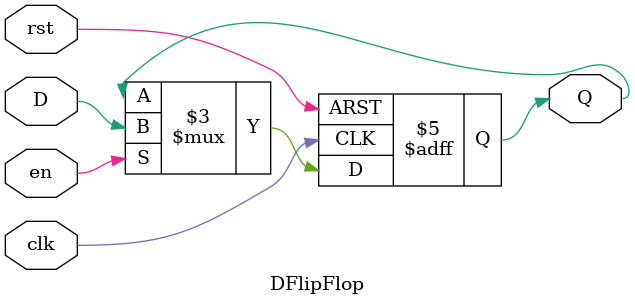
<source format=v>
module DFlipFlop
(input clk, input rst, input D,input en, output reg Q);
always @ (posedge clk or posedge rst)
if (rst) begin
Q <= 1'b0;
end 
else if(en==1) begin
Q <= D;
end
endmodule 

</source>
